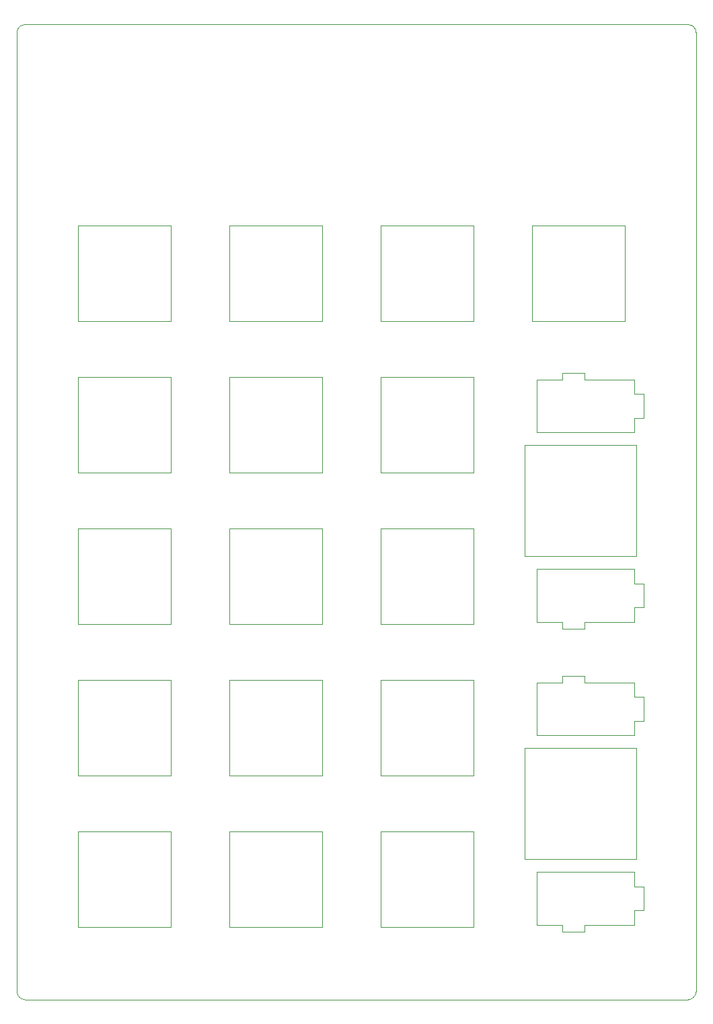
<source format=gbr>
G04 #@! TF.GenerationSoftware,KiCad,Pcbnew,(5.1.6)-1*
G04 #@! TF.CreationDate,2020-09-16T14:53:01+08:00*
G04 #@! TF.ProjectId,Numpad_Case,4e756d70-6164-45f4-9361-73652e6b6963,rev?*
G04 #@! TF.SameCoordinates,Original*
G04 #@! TF.FileFunction,Profile,NP*
%FSLAX46Y46*%
G04 Gerber Fmt 4.6, Leading zero omitted, Abs format (unit mm)*
G04 Created by KiCad (PCBNEW (5.1.6)-1) date 2020-09-16 14:53:01*
%MOMM*%
%LPD*%
G01*
G04 APERTURE LIST*
G04 #@! TA.AperFunction,Profile*
%ADD10C,0.010000*%
G04 #@! TD*
G04 APERTURE END LIST*
D10*
X103950000Y-33195000D02*
X103950000Y-153812500D01*
X104950000Y-154812500D02*
X188420000Y-154812500D01*
X188420000Y-32195000D02*
G75*
G02*
X189420000Y-33195000I0J-1000000D01*
G01*
X189420000Y-153812500D02*
X189420000Y-33195000D01*
X104950000Y-32195000D02*
X188420000Y-32195000D01*
X189420000Y-153812500D02*
G75*
G02*
X188420000Y-154812500I-1000000J0D01*
G01*
X103950000Y-33195000D02*
G75*
G02*
X104950000Y-32195000I1000000J0D01*
G01*
X104950000Y-154812500D02*
G75*
G02*
X103950000Y-153812500I0J1000000D01*
G01*
X181649000Y-138750000D02*
X169349000Y-138750000D01*
X169349000Y-138750000D02*
X169349000Y-145400000D01*
X172579000Y-145400000D02*
X169349000Y-145400000D01*
X172579000Y-145400000D02*
X172579000Y-146275000D01*
X175379000Y-146275000D02*
X172579000Y-146275000D01*
X175379000Y-145400000D02*
X175379000Y-146275000D01*
X181649000Y-145400000D02*
X175379000Y-145400000D01*
X181649000Y-143575000D02*
X181649000Y-145400000D01*
X182849000Y-143575000D02*
X181649000Y-143575000D01*
X182849000Y-140575000D02*
X182849000Y-143575000D01*
X182849000Y-140575000D02*
X181649000Y-140575000D01*
X181649000Y-138750000D02*
X181649000Y-140575000D01*
X181879000Y-137175000D02*
X167879000Y-137175000D01*
X181879000Y-123175000D02*
X181879000Y-137175000D01*
X167879000Y-123175000D02*
X167879000Y-137175000D01*
X181879000Y-123175000D02*
X167879000Y-123175000D01*
X181649000Y-121600000D02*
X169349000Y-121600000D01*
X169349000Y-114950000D02*
X169349000Y-121600000D01*
X172579000Y-114950000D02*
X169349000Y-114950000D01*
X181649000Y-114950000D02*
X175379000Y-114950000D01*
X182849000Y-116775000D02*
X182849000Y-119775000D01*
X181649000Y-119775000D02*
X181649000Y-121600000D01*
X181649000Y-114950000D02*
X181649000Y-116775000D01*
X182849000Y-119775000D02*
X181649000Y-119775000D01*
X182849000Y-116775000D02*
X181649000Y-116775000D01*
X172579000Y-114075000D02*
X172579000Y-114950000D01*
X175379000Y-114075000D02*
X172579000Y-114075000D01*
X175379000Y-114075000D02*
X175379000Y-114950000D01*
X181649000Y-100650000D02*
X169349000Y-100650000D01*
X169349000Y-100650000D02*
X169349000Y-107300000D01*
X172579000Y-107300000D02*
X169349000Y-107300000D01*
X172579000Y-107300000D02*
X172579000Y-108175000D01*
X175379000Y-108175000D02*
X172579000Y-108175000D01*
X175379000Y-107300000D02*
X175379000Y-108175000D01*
X181649000Y-107300000D02*
X175379000Y-107300000D01*
X181649000Y-105475000D02*
X181649000Y-107300000D01*
X182849000Y-105475000D02*
X181649000Y-105475000D01*
X182849000Y-102475000D02*
X182849000Y-105475000D01*
X182849000Y-102475000D02*
X181649000Y-102475000D01*
X181649000Y-100650000D02*
X181649000Y-102475000D01*
X181879000Y-99075000D02*
X167879000Y-99075000D01*
X181879000Y-85075000D02*
X181879000Y-99075000D01*
X167879000Y-85075000D02*
X167879000Y-99075000D01*
X181879000Y-85075000D02*
X167879000Y-85075000D01*
X181649000Y-83500000D02*
X169349000Y-83500000D01*
X169349000Y-76850000D02*
X169349000Y-83500000D01*
X172579000Y-76850000D02*
X169349000Y-76850000D01*
X181649000Y-76850000D02*
X175379000Y-76850000D01*
X182849000Y-78675000D02*
X182849000Y-81675000D01*
X181649000Y-81675000D02*
X181649000Y-83500000D01*
X181649000Y-76850000D02*
X181649000Y-78675000D01*
X182849000Y-81675000D02*
X181649000Y-81675000D01*
X182849000Y-78675000D02*
X181649000Y-78675000D01*
X172579000Y-75975000D02*
X172579000Y-76850000D01*
X175379000Y-75975000D02*
X172579000Y-75975000D01*
X175379000Y-75975000D02*
X175379000Y-76850000D01*
X130675000Y-145700000D02*
X142375000Y-145700000D01*
X142375000Y-133700000D02*
X130675000Y-133700000D01*
X142375000Y-133700000D02*
X142375000Y-145700000D01*
X130675000Y-133700000D02*
X130675000Y-145700000D01*
X111625000Y-145700000D02*
X123325000Y-145700000D01*
X123325000Y-133700000D02*
X111625000Y-133700000D01*
X123325000Y-133700000D02*
X123325000Y-145700000D01*
X111625000Y-133700000D02*
X111625000Y-145700000D01*
X149725000Y-145700000D02*
X161425000Y-145700000D01*
X161425000Y-133700000D02*
X149725000Y-133700000D01*
X161425000Y-133700000D02*
X161425000Y-145700000D01*
X149725000Y-133700000D02*
X149725000Y-145700000D01*
X149725000Y-126650000D02*
X161425000Y-126650000D01*
X161425000Y-114650000D02*
X149725000Y-114650000D01*
X161425000Y-114650000D02*
X161425000Y-126650000D01*
X149725000Y-114650000D02*
X149725000Y-126650000D01*
X111625000Y-88550000D02*
X123325000Y-88550000D01*
X123325000Y-76550000D02*
X111625000Y-76550000D01*
X123325000Y-76550000D02*
X123325000Y-88550000D01*
X111625000Y-76550000D02*
X111625000Y-88550000D01*
X130675000Y-126650000D02*
X142375000Y-126650000D01*
X142375000Y-114650000D02*
X130675000Y-114650000D01*
X142375000Y-114650000D02*
X142375000Y-126650000D01*
X130675000Y-114650000D02*
X130675000Y-126650000D01*
X130675000Y-88550000D02*
X142375000Y-88550000D01*
X142375000Y-76550000D02*
X130675000Y-76550000D01*
X142375000Y-76550000D02*
X142375000Y-88550000D01*
X130675000Y-76550000D02*
X130675000Y-88550000D01*
X111625000Y-107600000D02*
X123325000Y-107600000D01*
X123325000Y-95600000D02*
X111625000Y-95600000D01*
X123325000Y-95600000D02*
X123325000Y-107600000D01*
X111625000Y-95600000D02*
X111625000Y-107600000D01*
X130675000Y-69500000D02*
X142375000Y-69500000D01*
X142375000Y-57500000D02*
X130675000Y-57500000D01*
X142375000Y-57500000D02*
X142375000Y-69500000D01*
X130675000Y-57500000D02*
X130675000Y-69500000D01*
X149725000Y-69500000D02*
X161425000Y-69500000D01*
X161425000Y-57500000D02*
X149725000Y-57500000D01*
X161425000Y-57500000D02*
X161425000Y-69500000D01*
X149725000Y-57500000D02*
X149725000Y-69500000D01*
X111625000Y-126650000D02*
X123325000Y-126650000D01*
X123325000Y-114650000D02*
X111625000Y-114650000D01*
X123325000Y-114650000D02*
X123325000Y-126650000D01*
X111625000Y-114650000D02*
X111625000Y-126650000D01*
X168775000Y-69500000D02*
X180475000Y-69500000D01*
X180475000Y-57500000D02*
X168775000Y-57500000D01*
X180475000Y-57500000D02*
X180475000Y-69500000D01*
X168775000Y-57500000D02*
X168775000Y-69500000D01*
X149725000Y-88550000D02*
X161425000Y-88550000D01*
X161425000Y-76550000D02*
X149725000Y-76550000D01*
X161425000Y-76550000D02*
X161425000Y-88550000D01*
X149725000Y-76550000D02*
X149725000Y-88550000D01*
X149725000Y-107600000D02*
X161425000Y-107600000D01*
X161425000Y-95600000D02*
X149725000Y-95600000D01*
X161425000Y-95600000D02*
X161425000Y-107600000D01*
X149725000Y-95600000D02*
X149725000Y-107600000D01*
X111625000Y-69500000D02*
X123325000Y-69500000D01*
X123325000Y-57500000D02*
X111625000Y-57500000D01*
X123325000Y-57500000D02*
X123325000Y-69500000D01*
X111625000Y-57500000D02*
X111625000Y-69500000D01*
X130675000Y-107600000D02*
X142375000Y-107600000D01*
X142375000Y-95600000D02*
X130675000Y-95600000D01*
X142375000Y-95600000D02*
X142375000Y-107600000D01*
X130675000Y-95600000D02*
X130675000Y-107600000D01*
M02*

</source>
